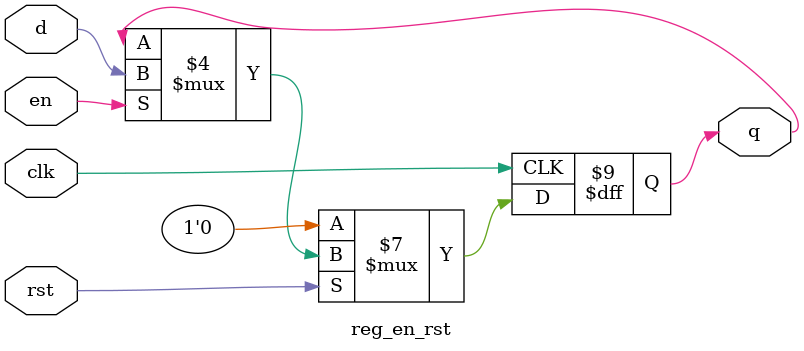
<source format=v>
module reg_en_rst #(
    parameter WIDTH = 1
)(
    input  wire              clk,
    input  wire              rst,   // synchronous reset
    input  wire              en,    // write enable
    input  wire [WIDTH-1:0]  d,
    output reg  [WIDTH-1:0]  q = 0
);

    always @(posedge clk) begin
        if (!rst)
            q <= {WIDTH{1'b0}};
        else if (en)
            q <= d;
    end

endmodule

</source>
